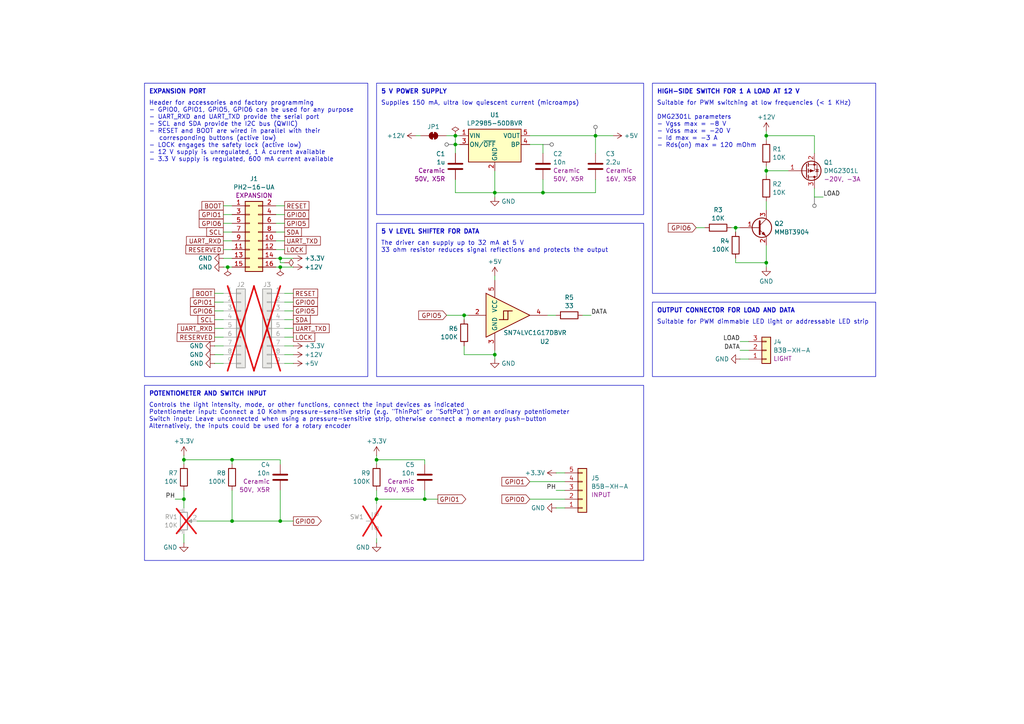
<source format=kicad_sch>
(kicad_sch (version 20231120) (generator "eeschema") (generator_version "8.0")
  (paper "A4")
  (title_block (title "Minuet Light Accessory") (date "2025-06") (rev "v3.0") (company "Brown Studios LLC") (comment 1 "github.com/j9brown/minuet"))
  (lib_symbols
    (symbol "74xGxx:74LVC1G17"
      (property "Reference" "U" (at 0 3.81 0))
      (property "Value" "74LVC1G17" (at 0 -3.81 0))
      (symbol "74LVC1G17_0_1"
        (polyline (pts (xy -7.62 6.35) (xy -7.62 -6.35) (xy 5.08 0) (xy -7.62 6.35)) (stroke (width 0.254)) (fill (type background)))
        (polyline (pts (xy -3.81 -1.27) (xy -2.54 -1.27) (xy -2.54 1.27) (xy -1.27 1.27)) (stroke (width 0.254)) (fill (type background)))
        (polyline (pts (xy -2.54 -1.27) (xy -1.27 -1.27) (xy -1.27 1.27) (xy 0 1.27)) (stroke (width 0.254)) (fill (type background)))
      )
      (symbol "74LVC1G17_1_1"
        (pin no_connect line (at -7.62 5.08 180) (length 5.08) hide (name "NC") (number "1"))
        (pin input line (at -12.7 0 0) (length 5.08) (name "~") (number "2"))
        (pin power_in line (at -5.08 -10.16 90) (length 5.08) (name "GND") (number "3"))
        (pin output line (at 10.16 0 180) (length 5.08) (name "~") (number "4"))
        (pin power_in line (at -5.08 10.16 270) (length 5.08) (name "VCC") (number "5"))
      )
    )
    (symbol "Connector_Generic:Conn_01x03" (pin_names (offset 1.016) hide)
      (property "Reference" "J" (at 0 5.08 0))
      (property "Value" "Conn_01x03" (at 0 -5.08 0))
      (symbol "Conn_01x03_1_1"
        (rectangle (start -1.27 -2.413) (end 0 -2.667) (stroke (width 0.1524)))
        (rectangle (start -1.27 0.127) (end 0 -0.127) (stroke (width 0.1524)))
        (rectangle (start -1.27 2.667) (end 0 2.413) (stroke (width 0.1524)))
        (rectangle (start -1.27 3.81) (end 1.27 -3.81) (stroke (width 0.254)) (fill (type background)))
        (pin passive line (at -5.08 2.54 0) (length 3.81) (name "Pin_1") (number "1"))
        (pin passive line (at -5.08 0 0) (length 3.81) (name "Pin_2") (number "2"))
        (pin passive line (at -5.08 -2.54 0) (length 3.81) (name "Pin_3") (number "3"))
      )
    )
    (symbol "Connector_Generic:Conn_01x05" (pin_names (offset 1.016) hide)
      (property "Reference" "J" (at 0 7.62 0))
      (property "Value" "Conn_01x05" (at 0 -7.62 0))
      (symbol "Conn_01x05_1_1"
        (rectangle (start -1.27 -4.953) (end 0 -5.207) (stroke (width 0.1524)))
        (rectangle (start -1.27 -2.413) (end 0 -2.667) (stroke (width 0.1524)))
        (rectangle (start -1.27 0.127) (end 0 -0.127) (stroke (width 0.1524)))
        (rectangle (start -1.27 2.667) (end 0 2.413) (stroke (width 0.1524)))
        (rectangle (start -1.27 5.207) (end 0 4.953) (stroke (width 0.1524)))
        (rectangle (start -1.27 6.35) (end 1.27 -6.35) (stroke (width 0.254)) (fill (type background)))
        (pin passive line (at -5.08 5.08 0) (length 3.81) (name "Pin_1") (number "1"))
        (pin passive line (at -5.08 2.54 0) (length 3.81) (name "Pin_2") (number "2"))
        (pin passive line (at -5.08 0 0) (length 3.81) (name "Pin_3") (number "3"))
        (pin passive line (at -5.08 -2.54 0) (length 3.81) (name "Pin_4") (number "4"))
        (pin passive line (at -5.08 -5.08 0) (length 3.81) (name "Pin_5") (number "5"))
      )
    )
    (symbol "Connector_Generic:Conn_01x09" (pin_names (offset 1.016) hide)
      (property "Reference" "J" (at 0 12.7 0))
      (property "Value" "Conn_01x09" (at 0 -12.7 0))
      (symbol "Conn_01x09_1_1"
        (rectangle (start -1.27 -10.033) (end 0 -10.287) (stroke (width 0.1524)))
        (rectangle (start -1.27 -7.493) (end 0 -7.747) (stroke (width 0.1524)))
        (rectangle (start -1.27 -4.953) (end 0 -5.207) (stroke (width 0.1524)))
        (rectangle (start -1.27 -2.413) (end 0 -2.667) (stroke (width 0.1524)))
        (rectangle (start -1.27 0.127) (end 0 -0.127) (stroke (width 0.1524)))
        (rectangle (start -1.27 2.667) (end 0 2.413) (stroke (width 0.1524)))
        (rectangle (start -1.27 5.207) (end 0 4.953) (stroke (width 0.1524)))
        (rectangle (start -1.27 7.747) (end 0 7.493) (stroke (width 0.1524)))
        (rectangle (start -1.27 10.287) (end 0 10.033) (stroke (width 0.1524)))
        (rectangle (start -1.27 11.43) (end 1.27 -11.43) (stroke (width 0.254)) (fill (type background)))
        (pin passive line (at -5.08 10.16 0) (length 3.81) (name "Pin_1") (number "1"))
        (pin passive line (at -5.08 7.62 0) (length 3.81) (name "Pin_2") (number "2"))
        (pin passive line (at -5.08 5.08 0) (length 3.81) (name "Pin_3") (number "3"))
        (pin passive line (at -5.08 2.54 0) (length 3.81) (name "Pin_4") (number "4"))
        (pin passive line (at -5.08 0 0) (length 3.81) (name "Pin_5") (number "5"))
        (pin passive line (at -5.08 -2.54 0) (length 3.81) (name "Pin_6") (number "6"))
        (pin passive line (at -5.08 -5.08 0) (length 3.81) (name "Pin_7") (number "7"))
        (pin passive line (at -5.08 -7.62 0) (length 3.81) (name "Pin_8") (number "8"))
        (pin passive line (at -5.08 -10.16 0) (length 3.81) (name "Pin_9") (number "9"))
      )
    )
    (symbol "Connector_Generic:Conn_02x08_Odd_Even" (pin_names (offset 1.016) hide)
      (property "Reference" "J" (at 1.27 10.16 0))
      (property "Value" "Conn_02x08_Odd_Even" (at 1.27 -12.7 0))
      (symbol "Conn_02x08_Odd_Even_1_1"
        (rectangle (start -1.27 -10.033) (end 0 -10.287) (stroke (width 0.1524)))
        (rectangle (start -1.27 -7.493) (end 0 -7.747) (stroke (width 0.1524)))
        (rectangle (start -1.27 -4.953) (end 0 -5.207) (stroke (width 0.1524)))
        (rectangle (start -1.27 -2.413) (end 0 -2.667) (stroke (width 0.1524)))
        (rectangle (start -1.27 0.127) (end 0 -0.127) (stroke (width 0.1524)))
        (rectangle (start -1.27 2.667) (end 0 2.413) (stroke (width 0.1524)))
        (rectangle (start -1.27 5.207) (end 0 4.953) (stroke (width 0.1524)))
        (rectangle (start -1.27 7.747) (end 0 7.493) (stroke (width 0.1524)))
        (rectangle (start -1.27 8.89) (end 3.81 -11.43) (stroke (width 0.254)) (fill (type background)))
        (rectangle (start 3.81 -10.033) (end 2.54 -10.287) (stroke (width 0.1524)))
        (rectangle (start 3.81 -7.493) (end 2.54 -7.747) (stroke (width 0.1524)))
        (rectangle (start 3.81 -4.953) (end 2.54 -5.207) (stroke (width 0.1524)))
        (rectangle (start 3.81 -2.413) (end 2.54 -2.667) (stroke (width 0.1524)))
        (rectangle (start 3.81 0.127) (end 2.54 -0.127) (stroke (width 0.1524)))
        (rectangle (start 3.81 2.667) (end 2.54 2.413) (stroke (width 0.1524)))
        (rectangle (start 3.81 5.207) (end 2.54 4.953) (stroke (width 0.1524)))
        (rectangle (start 3.81 7.747) (end 2.54 7.493) (stroke (width 0.1524)))
        (pin passive line (at -5.08 7.62 0) (length 3.81) (name "Pin_1") (number "1"))
        (pin passive line (at 7.62 -2.54 180) (length 3.81) (name "Pin_10") (number "10"))
        (pin passive line (at -5.08 -5.08 0) (length 3.81) (name "Pin_11") (number "11"))
        (pin passive line (at 7.62 -5.08 180) (length 3.81) (name "Pin_12") (number "12"))
        (pin passive line (at -5.08 -7.62 0) (length 3.81) (name "Pin_13") (number "13"))
        (pin passive line (at 7.62 -7.62 180) (length 3.81) (name "Pin_14") (number "14"))
        (pin passive line (at -5.08 -10.16 0) (length 3.81) (name "Pin_15") (number "15"))
        (pin passive line (at 7.62 -10.16 180) (length 3.81) (name "Pin_16") (number "16"))
        (pin passive line (at 7.62 7.62 180) (length 3.81) (name "Pin_2") (number "2"))
        (pin passive line (at -5.08 5.08 0) (length 3.81) (name "Pin_3") (number "3"))
        (pin passive line (at 7.62 5.08 180) (length 3.81) (name "Pin_4") (number "4"))
        (pin passive line (at -5.08 2.54 0) (length 3.81) (name "Pin_5") (number "5"))
        (pin passive line (at 7.62 2.54 180) (length 3.81) (name "Pin_6") (number "6"))
        (pin passive line (at -5.08 0 0) (length 3.81) (name "Pin_7") (number "7"))
        (pin passive line (at 7.62 0 180) (length 3.81) (name "Pin_8") (number "8"))
        (pin passive line (at -5.08 -2.54 0) (length 3.81) (name "Pin_9") (number "9"))
      )
    )
    (symbol "Device:C" (pin_numbers hide) (pin_names (offset 0.254))
      (property "Reference" "C" (at 0.635 2.54 0))
      (property "Value" "C" (at 0.635 -2.54 0))
      (symbol "C_0_1"
        (polyline (pts (xy -2.032 -0.762) (xy 2.032 -0.762)) (stroke (width 0.508)))
        (polyline (pts (xy -2.032 0.762) (xy 2.032 0.762)) (stroke (width 0.508)))
      )
      (symbol "C_1_1"
        (pin passive line (at 0 3.81 270) (length 2.794) (name "~") (number "1"))
        (pin passive line (at 0 -3.81 90) (length 2.794) (name "~") (number "2"))
      )
    )
    (symbol "Device:Q_PMOS_GSD" (pin_names (offset 0) hide)
      (property "Reference" "Q" (at 5.08 1.27 0))
      (property "Value" "Q_PMOS_GSD" (at 5.08 -1.27 0))
      (symbol "Q_PMOS_GSD_0_1"
        (polyline (pts (xy 0.254 0) (xy -2.54 0)))
        (polyline (pts (xy 0.254 1.905) (xy 0.254 -1.905)) (stroke (width 0.254)))
        (polyline (pts (xy 0.762 -1.27) (xy 0.762 -2.286)) (stroke (width 0.254)))
        (polyline (pts (xy 0.762 0.508) (xy 0.762 -0.508)) (stroke (width 0.254)))
        (polyline (pts (xy 0.762 2.286) (xy 0.762 1.27)) (stroke (width 0.254)))
        (polyline (pts (xy 2.54 2.54) (xy 2.54 1.778)))
        (polyline (pts (xy 2.54 -2.54) (xy 2.54 0) (xy 0.762 0)))
        (polyline (pts (xy 0.762 1.778) (xy 3.302 1.778) (xy 3.302 -1.778) (xy 0.762 -1.778)))
        (polyline (pts (xy 2.286 0) (xy 1.27 0.381) (xy 1.27 -0.381) (xy 2.286 0)) (fill (type outline)))
        (polyline (pts (xy 2.794 -0.508) (xy 2.921 -0.381) (xy 3.683 -0.381) (xy 3.81 -0.254)))
        (polyline (pts (xy 3.302 -0.381) (xy 2.921 0.254) (xy 3.683 0.254) (xy 3.302 -0.381)))
        (circle (center 1.651 0) (radius 2.794) (stroke (width 0.254)))
        (circle (center 2.54 -1.778) (radius 0.254) (fill (type outline)))
        (circle (center 2.54 1.778) (radius 0.254) (fill (type outline)))
      )
      (symbol "Q_PMOS_GSD_1_1"
        (pin input line (at -5.08 0 0) (length 2.54) (name "G") (number "1"))
        (pin passive line (at 2.54 -5.08 90) (length 2.54) (name "S") (number "2"))
        (pin passive line (at 2.54 5.08 270) (length 2.54) (name "D") (number "3"))
      )
    )
    (symbol "Device:R" (pin_numbers hide) (pin_names (offset 0))
      (property "Reference" "R" (at 2.032 0 90))
      (property "Value" "R" (at 0 0 90))
      (symbol "R_0_1"
        (rectangle (start -1.016 -2.54) (end 1.016 2.54) (stroke (width 0.254)))
      )
      (symbol "R_1_1"
        (pin passive line (at 0 3.81 270) (length 1.27) (name "~") (number "1"))
        (pin passive line (at 0 -3.81 90) (length 1.27) (name "~") (number "2"))
      )
    )
    (symbol "Device:R_Potentiometer" (pin_names (offset 1.016) hide)
      (property "Reference" "RV" (at -4.445 0 90))
      (property "Value" "R_Potentiometer" (at -2.54 0 90))
      (symbol "R_Potentiometer_0_1"
        (polyline (pts (xy 2.54 0) (xy 1.524 0)))
        (polyline (pts (xy 1.143 0) (xy 2.286 0.508) (xy 2.286 -0.508) (xy 1.143 0)) (fill (type outline)))
        (rectangle (start 1.016 2.54) (end -1.016 -2.54) (stroke (width 0.254)))
      )
      (symbol "R_Potentiometer_1_1"
        (pin passive line (at 0 3.81 270) (length 1.27) (name "1") (number "1"))
        (pin passive line (at 3.81 0 180) (length 1.27) (name "2") (number "2"))
        (pin passive line (at 0 -3.81 90) (length 1.27) (name "3") (number "3"))
      )
    )
    (symbol "Jumper:SolderJumper_2_Bridged" (pin_numbers hide) (pin_names (offset 0) hide) (exclude_from_sim yes) (in_bom no)
      (property "Reference" "JP" (at 0 2.032 0))
      (property "Value" "SolderJumper_2_Bridged" (at 0 -2.54 0))
      (symbol "SolderJumper_2_Bridged_0_1"
        (rectangle (start -0.508 0.508) (end 0.508 -0.508) (fill (type outline)))
        (arc (start -0.254 1.016) (mid -1.2656 0) (end -0.254 -1.016))
        (arc (start -0.254 1.016) (mid -1.2656 0) (end -0.254 -1.016) (fill (type outline)))
        (polyline (pts (xy -0.254 1.016) (xy -0.254 -1.016)))
        (polyline (pts (xy 0.254 1.016) (xy 0.254 -1.016)))
        (arc (start 0.254 -1.016) (mid 1.2656 0) (end 0.254 1.016))
        (arc (start 0.254 -1.016) (mid 1.2656 0) (end 0.254 1.016) (fill (type outline)))
      )
      (symbol "SolderJumper_2_Bridged_1_1"
        (pin passive line (at -3.81 0 0) (length 2.54) (name "A") (number "1"))
        (pin passive line (at 3.81 0 180) (length 2.54) (name "B") (number "2"))
      )
    )
    (symbol "Regulator_Linear:LP2985-5.0" (pin_names (offset 0.254))
      (property "Reference" "U" (at -6.35 5.715 0))
      (property "Value" "LP2985-5.0" (at 0 5.715 0))
      (symbol "LP2985-5.0_0_1"
        (rectangle (start -7.62 -5.08) (end 7.62 4.445) (stroke (width 0.254)) (fill (type background)))
      )
      (symbol "LP2985-5.0_1_1"
        (pin power_in line (at -10.16 2.54 0) (length 2.54) (name "VIN") (number "1"))
        (pin power_in line (at 0 -7.62 90) (length 2.54) (name "GND") (number "2"))
        (pin input line (at -10.16 0 0) (length 2.54) (name "ON/~{OFF}") (number "3"))
        (pin input line (at 10.16 0 180) (length 2.54) (name "BP") (number "4"))
        (pin power_out line (at 10.16 2.54 180) (length 2.54) (name "VOUT") (number "5"))
      )
    )
    (symbol "Switch:SW_Push" (pin_numbers hide) (pin_names (offset 1.016) hide)
      (property "Reference" "SW" (at 1.27 2.54 0))
      (property "Value" "SW_Push" (at 0 -1.524 0))
      (symbol "SW_Push_0_1"
        (circle (center -2.032 0) (radius 0.508))
        (polyline (pts (xy 0 1.27) (xy 0 3.048)))
        (polyline (pts (xy 2.54 1.27) (xy -2.54 1.27)))
        (circle (center 2.032 0) (radius 0.508))
        (pin passive line (at -5.08 0 0) (length 2.54) (name "1") (number "1"))
        (pin passive line (at 5.08 0 180) (length 2.54) (name "2") (number "2"))
      )
    )
    (symbol "Transistor_BJT:MMBT3904" (pin_names (offset 0) hide)
      (property "Reference" "Q" (at 5.08 1.905 0))
      (property "Value" "MMBT3904" (at 5.08 0 0))
      (symbol "MMBT3904_0_1"
        (polyline (pts (xy 0.635 0.635) (xy 2.54 2.54)))
        (polyline (pts (xy 0.635 -0.635) (xy 2.54 -2.54) (xy 2.54 -2.54)))
        (polyline (pts (xy 0.635 1.905) (xy 0.635 -1.905) (xy 0.635 -1.905)) (stroke (width 0.508)))
        (polyline (pts (xy 1.27 -1.778) (xy 1.778 -1.27) (xy 2.286 -2.286) (xy 1.27 -1.778) (xy 1.27 -1.778)) (fill (type outline)))
        (circle (center 1.27 0) (radius 2.8194) (stroke (width 0.254)))
      )
      (symbol "MMBT3904_1_1"
        (pin input line (at -5.08 0 0) (length 5.715) (name "B") (number "1"))
        (pin passive line (at 2.54 -5.08 90) (length 2.54) (name "E") (number "2"))
        (pin passive line (at 2.54 5.08 270) (length 2.54) (name "C") (number "3"))
      )
    )
    (symbol "power:+12V" (power) (pin_numbers hide) (pin_names (offset 0) hide)
      (property "Value" "+12V" (at 0 3.556 0))
      (symbol "+12V_0_1"
        (polyline (pts (xy -0.762 1.27) (xy 0 2.54)))
        (polyline (pts (xy 0 0) (xy 0 2.54)))
        (polyline (pts (xy 0 2.54) (xy 0.762 1.27)))
      )
      (symbol "+12V_1_1"
        (pin power_in line (at 0 0 90) (length 0) (name "~") (number "1"))
      )
    )
    (symbol "power:+3.3V" (power) (pin_numbers hide) (pin_names (offset 0) hide)
      (property "Value" "+3.3V" (at 0 3.556 0))
      (symbol "+3.3V_0_1"
        (polyline (pts (xy -0.762 1.27) (xy 0 2.54)))
        (polyline (pts (xy 0 0) (xy 0 2.54)))
        (polyline (pts (xy 0 2.54) (xy 0.762 1.27)))
      )
      (symbol "+3.3V_1_1"
        (pin power_in line (at 0 0 90) (length 0) (name "~") (number "1"))
      )
    )
    (symbol "power:+5V" (power) (pin_numbers hide) (pin_names (offset 0) hide)
      (property "Value" "+5V" (at 0 3.556 0))
      (symbol "+5V_0_1"
        (polyline (pts (xy -0.762 1.27) (xy 0 2.54)))
        (polyline (pts (xy 0 0) (xy 0 2.54)))
        (polyline (pts (xy 0 2.54) (xy 0.762 1.27)))
      )
      (symbol "+5V_1_1"
        (pin power_in line (at 0 0 90) (length 0) (name "~") (number "1"))
      )
    )
    (symbol "power:GND" (power) (pin_numbers hide) (pin_names (offset 0) hide)
      (property "Value" "GND" (at 0 -3.81 0))
      (symbol "GND_0_1"
        (polyline (pts (xy 0 0) (xy 0 -1.27) (xy 1.27 -1.27) (xy 0 -2.54) (xy -1.27 -1.27) (xy 0 -1.27)))
      )
      (symbol "GND_1_1"
        (pin power_in line (at 0 0 270) (length 0) (name "~") (number "1"))
      )
    )
    (symbol "power:PWR_FLAG" (power) (pin_numbers hide) (pin_names (offset 0) hide)
      (property "Value" "PWR_FLAG" (at 0 3.81 0))
      (symbol "PWR_FLAG_0_0"
        (pin power_out line (at 0 0 90) (length 0) (name "~") (number "1"))
      )
      (symbol "PWR_FLAG_0_1"
        (polyline (pts (xy 0 0) (xy 0 1.27) (xy -1.016 1.905) (xy 0 2.54) (xy 1.016 1.905) (xy 0 1.27)))
      )
    )
  )
  (junction (at 157.48 55.88))
  (junction (at 66.04 77.47))
  (junction (at 213.36 66.04))
  (junction (at 109.22 133.35))
  (junction (at 109.22 144.78))
  (junction (at 81.28 77.47))
  (junction (at 222.25 39.37))
  (junction (at 222.25 49.53))
  (junction (at 81.28 151.13))
  (junction (at 53.34 133.35))
  (junction (at 67.31 133.35))
  (junction (at 143.51 102.87))
  (junction (at 123.19 144.78))
  (junction (at 53.34 144.78))
  (junction (at 81.28 74.93))
  (junction (at 172.72 39.37))
  (junction (at 67.31 151.13))
  (junction (at 134.62 91.44))
  (junction (at 132.08 39.37))
  (junction (at 132.08 41.91))
  (junction (at 222.25 76.2))
  (junction (at 143.51 55.88))
  (wire (pts (xy 53.34 133.35) (xy 67.31 133.35)))
  (wire (pts (xy 109.22 132.08) (xy 109.22 133.35)))
  (wire (pts (xy 172.72 55.88) (xy 172.72 52.07)))
  (wire (pts (xy 53.34 154.94) (xy 53.34 157.48)))
  (wire (pts (xy 153.67 41.91) (xy 157.48 41.91)))
  (wire (pts (xy 109.22 156.21) (xy 109.22 157.48)))
  (wire (pts (xy 123.19 142.24) (xy 123.19 144.78)))
  (wire (pts (xy 81.28 74.93) (xy 85.09 74.93)))
  (wire (pts (xy 157.48 41.91) (xy 157.48 44.45)))
  (wire (pts (xy 82.55 100.33) (xy 85.09 100.33)))
  (wire (pts (xy 80.01 74.93) (xy 81.28 74.93)))
  (wire (pts (xy 120.65 39.37) (xy 121.92 39.37)))
  (wire (pts (xy 82.55 87.63) (xy 85.09 87.63)))
  (wire (pts (xy 157.48 52.07) (xy 157.48 55.88)))
  (wire (pts (xy 172.72 39.37) (xy 172.72 44.45)))
  (wire (pts (xy 222.25 76.2) (xy 222.25 77.47)))
  (wire (pts (xy 143.51 101.6) (xy 143.51 102.87)))
  (wire (pts (xy 62.23 105.41) (xy 64.77 105.41)))
  (wire (pts (xy 214.63 99.06) (xy 217.17 99.06)))
  (wire (pts (xy 236.22 39.37) (xy 236.22 44.45)))
  (wire (pts (xy 82.55 102.87) (xy 85.09 102.87)))
  (wire (pts (xy 172.72 39.37) (xy 177.8 39.37)))
  (wire (pts (xy 67.31 69.85) (xy 64.77 69.85)))
  (wire (pts (xy 82.55 62.23) (xy 80.01 62.23)))
  (wire (pts (xy 153.67 39.37) (xy 172.72 39.37)))
  (wire (pts (xy 67.31 62.23) (xy 64.77 62.23)))
  (wire (pts (xy 109.22 133.35) (xy 123.19 133.35)))
  (wire (pts (xy 64.77 77.47) (xy 66.04 77.47)))
  (wire (pts (xy 82.55 85.09) (xy 85.09 85.09)))
  (wire (pts (xy 62.23 92.71) (xy 64.77 92.71)))
  (wire (pts (xy 143.51 102.87) (xy 143.51 104.14)))
  (wire (pts (xy 57.15 151.13) (xy 67.31 151.13)))
  (wire (pts (xy 81.28 76.2) (xy 81.28 74.93)))
  (wire (pts (xy 82.55 97.79) (xy 85.09 97.79)))
  (wire (pts (xy 80.01 77.47) (xy 81.28 77.47)))
  (wire (pts (xy 134.62 91.44) (xy 135.89 91.44)))
  (wire (pts (xy 157.48 55.88) (xy 172.72 55.88)))
  (wire (pts (xy 132.08 39.37) (xy 133.35 39.37)))
  (wire (pts (xy 82.55 95.25) (xy 85.09 95.25)))
  (wire (pts (xy 62.23 90.17) (xy 64.77 90.17)))
  (wire (pts (xy 62.23 87.63) (xy 64.77 87.63)))
  (wire (pts (xy 143.51 55.88) (xy 143.51 57.15)))
  (wire (pts (xy 109.22 133.35) (xy 109.22 134.62)))
  (wire (pts (xy 222.25 58.42) (xy 222.25 60.96)))
  (wire (pts (xy 129.54 91.44) (xy 134.62 91.44)))
  (wire (pts (xy 53.34 133.35) (xy 53.34 134.62)))
  (wire (pts (xy 81.28 133.35) (xy 81.28 134.62)))
  (wire (pts (xy 153.67 144.78) (xy 163.83 144.78)))
  (wire (pts (xy 161.29 142.24) (xy 163.83 142.24)))
  (wire (pts (xy 67.31 133.35) (xy 67.31 134.62)))
  (wire (pts (xy 222.25 49.53) (xy 228.6 49.53)))
  (wire (pts (xy 62.23 102.87) (xy 64.77 102.87)))
  (wire (pts (xy 158.75 91.44) (xy 161.29 91.44)))
  (wire (pts (xy 67.31 142.24) (xy 67.31 151.13)))
  (wire (pts (xy 134.62 91.44) (xy 134.62 92.71)))
  (wire (pts (xy 62.23 85.09) (xy 64.77 85.09)))
  (wire (pts (xy 236.22 57.15) (xy 238.76 57.15)))
  (wire (pts (xy 80.01 59.69) (xy 82.55 59.69)))
  (wire (pts (xy 67.31 67.31) (xy 64.77 67.31)))
  (wire (pts (xy 82.55 105.41) (xy 85.09 105.41)))
  (wire (pts (xy 64.77 72.39) (xy 67.31 72.39)))
  (wire (pts (xy 132.08 41.91) (xy 132.08 44.45)))
  (wire (pts (xy 143.51 55.88) (xy 157.48 55.88)))
  (wire (pts (xy 62.23 95.25) (xy 64.77 95.25)))
  (wire (pts (xy 213.36 66.04) (xy 214.63 66.04)))
  (wire (pts (xy 153.67 139.7) (xy 163.83 139.7)))
  (wire (pts (xy 129.54 39.37) (xy 132.08 39.37)))
  (wire (pts (xy 82.55 90.17) (xy 85.09 90.17)))
  (wire (pts (xy 109.22 144.78) (xy 109.22 146.05)))
  (wire (pts (xy 64.77 59.69) (xy 67.31 59.69)))
  (wire (pts (xy 67.31 151.13) (xy 81.28 151.13)))
  (wire (pts (xy 66.04 77.47) (xy 67.31 77.47)))
  (wire (pts (xy 161.29 137.16) (xy 163.83 137.16)))
  (wire (pts (xy 82.55 67.31) (xy 80.01 67.31)))
  (wire (pts (xy 161.29 147.32) (xy 163.83 147.32)))
  (wire (pts (xy 143.51 49.53) (xy 143.51 55.88)))
  (wire (pts (xy 212.09 66.04) (xy 213.36 66.04)))
  (wire (pts (xy 81.28 77.47) (xy 85.09 77.47)))
  (wire (pts (xy 53.34 144.78) (xy 53.34 147.32)))
  (wire (pts (xy 132.08 41.91) (xy 133.35 41.91)))
  (wire (pts (xy 132.08 55.88) (xy 143.51 55.88)))
  (wire (pts (xy 53.34 142.24) (xy 53.34 144.78)))
  (wire (pts (xy 123.19 144.78) (xy 109.22 144.78)))
  (wire (pts (xy 134.62 102.87) (xy 143.51 102.87)))
  (wire (pts (xy 222.25 39.37) (xy 236.22 39.37)))
  (wire (pts (xy 109.22 142.24) (xy 109.22 144.78)))
  (wire (pts (xy 81.28 142.24) (xy 81.28 151.13)))
  (wire (pts (xy 214.63 101.6) (xy 217.17 101.6)))
  (wire (pts (xy 81.28 151.13) (xy 85.09 151.13)))
  (wire (pts (xy 82.55 69.85) (xy 80.01 69.85)))
  (wire (pts (xy 201.93 66.04) (xy 204.47 66.04)))
  (wire (pts (xy 132.08 39.37) (xy 132.08 41.91)))
  (wire (pts (xy 62.23 100.33) (xy 64.77 100.33)))
  (wire (pts (xy 82.55 64.77) (xy 80.01 64.77)))
  (wire (pts (xy 222.25 48.26) (xy 222.25 49.53)))
  (wire (pts (xy 123.19 144.78) (xy 127 144.78)))
  (wire (pts (xy 123.19 133.35) (xy 123.19 134.62)))
  (wire (pts (xy 132.08 52.07) (xy 132.08 55.88)))
  (wire (pts (xy 213.36 74.93) (xy 213.36 76.2)))
  (wire (pts (xy 80.01 72.39) (xy 82.55 72.39)))
  (wire (pts (xy 67.31 133.35) (xy 81.28 133.35)))
  (wire (pts (xy 143.51 80.01) (xy 143.51 81.28)))
  (wire (pts (xy 214.63 104.14) (xy 217.17 104.14)))
  (wire (pts (xy 222.25 39.37) (xy 222.25 40.64)))
  (wire (pts (xy 62.23 97.79) (xy 64.77 97.79)))
  (wire (pts (xy 222.25 71.12) (xy 222.25 76.2)))
  (wire (pts (xy 67.31 74.93) (xy 64.77 74.93)))
  (wire (pts (xy 67.31 64.77) (xy 64.77 64.77)))
  (wire (pts (xy 213.36 67.31) (xy 213.36 66.04)))
  (wire (pts (xy 53.34 132.08) (xy 53.34 133.35)))
  (wire (pts (xy 168.91 91.44) (xy 171.45 91.44)))
  (wire (pts (xy 222.25 49.53) (xy 222.25 50.8)))
  (wire (pts (xy 82.55 92.71) (xy 85.09 92.71)))
  (wire (pts (xy 50.8 144.78) (xy 53.34 144.78)))
  (wire (pts (xy 222.25 38.1) (xy 222.25 39.37)))
  (wire (pts (xy 82.55 76.2) (xy 81.28 76.2)))
  (wire (pts (xy 134.62 100.33) (xy 134.62 102.87)))
  (wire (pts (xy 213.36 76.2) (xy 222.25 76.2)))
  (wire (pts (xy 236.22 54.61) (xy 236.22 57.15)))
  (rectangle (start 189.23 24.13) (end 254 85.09))
  (rectangle (start 41.91 111.76) (end 186.69 162.56))
  (rectangle (start 109.22 64.77) (end 186.69 109.22))
  (rectangle (start 189.23 87.63) (end 254 109.22))
  (rectangle (start 109.22 24.13) (end 186.69 62.23))
  (rectangle (start 41.91 24.13) (end 106.68 109.22))
  (text "HIGH-SIDE SWITCH FOR 1 A LOAD AT 12 V" (at 190.5 26.67 0) (effects (font (size 1.27 1.27) (thickness 0.254) (bold yes)) (justify left)))
  (text "Suitable for PWM switching at low frequencies (< 1 KHz)\n\nDMG2301L parameters\n- Vgss max = -8 V\n- Vdss max = -20 V\n- Id max = -3 A\n- Rds(on) max = 120 mOhm" (at 190.5 29.21 0) (effects (font (size 1.27 1.27)) (justify left top)))
  (text "The driver can supply up to 32 mA at 5 V\n33 ohm resistor reduces signal reflections and protects the output" (at 110.49 69.85 0) (effects (font (size 1.27 1.27)) (justify left top)))
  (text "POTENTIOMETER AND SWITCH INPUT" (at 43.18 114.3 0) (effects (font (size 1.27 1.27) (thickness 0.254) (bold yes)) (justify left)))
  (text "5 V LEVEL SHIFTER FOR DATA" (at 110.49 67.31 0) (effects (font (size 1.27 1.27) (thickness 0.254) (bold yes)) (justify left)))
  (text "EXPANSION PORT" (at 43.18 26.67 0) (effects (font (size 1.27 1.27) (thickness 0.254) (bold yes)) (justify left)))
  (text "Header for accessories and factory programming\n- GPIO0, GPIO1, GPIO5, GPIO6 can be used for any purpose\n- UART_RXD and UART_TXD provide the serial port\n- SCL and SDA provide the I2C bus (QWIIC)\n- RESET and BOOT are wired in parallel with their\n   corresponding buttons (active low)\n- LOCK engages the safety lock (active low)\n- 12 V supply is unregulated, 1 A current available\n- 3.3 V supply is regulated, 600 mA current available" (at 43.18 29.21 0) (effects (font (size 1.27 1.27)) (justify left top)))
  (text "Suitable for PWM dimmable LED light or addressable LED strip" (at 190.5 92.71 0) (effects (font (size 1.27 1.27)) (justify left top)))
  (text "Controls the light intensity, mode, or other functions, connect the input devices as indicated\nPotentiometer input: Connect a 10 Kohm pressure-sensitive strip (e.g. \"ThinPot\" or \"SoftPot\") or an ordinary potentiometer\nSwitch input: Leave unconnected when using a pressure-sensitive strip, otherwise connect a momentary push-button\nAlternatively, the inputs could be used for a rotary encoder" (at 43.18 116.84 0) (effects (font (size 1.27 1.27)) (justify left top)))
  (text "Supplies 150 mA, ultra low quiescent current (microamps)" (at 110.49 29.21 0) (effects (font (size 1.27 1.27)) (justify left top)))
  (text "5 V POWER SUPPLY" (at 110.49 26.67 0) (effects (font (size 1.27 1.27) (thickness 0.254) (bold yes)) (justify left)))
  (text "OUTPUT CONNECTOR FOR LOAD AND DATA" (at 190.5 90.17 0) (effects (font (size 1.27 1.27) (thickness 0.254) (bold yes)) (justify left)))
  (label "LOAD" (at 238.76 57.15 0))
  (label "PH" (at 161.29 142.24 180))
  (label "DATA" (at 214.63 101.6 180))
  (label "DATA" (at 171.45 91.44 0))
  (label "PH" (at 50.8 144.78 180))
  (label "LOAD" (at 214.63 99.06 180))
  (global_label "GPIO5" (shape passive) (at 82.55 64.77 0) (property "Intersheetrefs" "${INTERSHEET_REFS}" (effects (hide yes))))
  (global_label "GPIO1" (shape passive) (at 62.23 87.63 180) (property "Intersheetrefs" "${INTERSHEET_REFS}" (effects (hide yes))))
  (global_label "BOOT" (shape passive) (at 64.77 59.69 180) (property "Intersheetrefs" "${INTERSHEET_REFS}" (effects (hide yes))))
  (global_label "BOOT" (shape passive) (at 62.23 85.09 180) (property "Intersheetrefs" "${INTERSHEET_REFS}" (effects (hide yes))))
  (global_label "GPIO6" (shape passive) (at 62.23 90.17 180) (property "Intersheetrefs" "${INTERSHEET_REFS}" (effects (hide yes))))
  (global_label "GPIO0" (shape input) (at 153.67 144.78 180) (property "Intersheetrefs" "${INTERSHEET_REFS}" (effects (hide yes))))
  (global_label "GPIO0" (shape passive) (at 82.55 62.23 0) (property "Intersheetrefs" "${INTERSHEET_REFS}" (effects (hide yes))))
  (global_label "SCL" (shape passive) (at 62.23 92.71 180) (property "Intersheetrefs" "${INTERSHEET_REFS}" (effects (hide yes))))
  (global_label "UART_TXD" (shape passive) (at 82.55 69.85 0) (property "Intersheetrefs" "${INTERSHEET_REFS}" (effects (hide yes))))
  (global_label "LOCK" (shape passive) (at 85.09 97.79 0) (property "Intersheetrefs" "${INTERSHEET_REFS}" (effects (hide yes))))
  (global_label "GPIO6" (shape input) (at 201.93 66.04 180) (property "Intersheetrefs" "${INTERSHEET_REFS}" (effects (hide yes))))
  (global_label "GPIO6" (shape passive) (at 64.77 64.77 180) (property "Intersheetrefs" "${INTERSHEET_REFS}" (effects (hide yes))))
  (global_label "UART_RXD" (shape passive) (at 64.77 69.85 180) (property "Intersheetrefs" "${INTERSHEET_REFS}" (effects (hide yes))))
  (global_label "GPIO0" (shape passive) (at 85.09 87.63 0) (property "Intersheetrefs" "${INTERSHEET_REFS}" (effects (hide yes))))
  (global_label "GPIO1" (shape input) (at 153.67 139.7 180) (property "Intersheetrefs" "${INTERSHEET_REFS}" (effects (hide yes))))
  (global_label "RESERVED" (shape passive) (at 64.77 72.39 180) (property "Intersheetrefs" "${INTERSHEET_REFS}" (effects (hide yes))))
  (global_label "UART_TXD" (shape passive) (at 85.09 95.25 0) (property "Intersheetrefs" "${INTERSHEET_REFS}" (effects (hide yes))))
  (global_label "RESERVED" (shape passive) (at 62.23 97.79 180) (property "Intersheetrefs" "${INTERSHEET_REFS}" (effects (hide yes))))
  (global_label "LOCK" (shape passive) (at 82.55 72.39 0) (property "Intersheetrefs" "${INTERSHEET_REFS}" (effects (hide yes))))
  (global_label "SCL" (shape passive) (at 64.77 67.31 180) (property "Intersheetrefs" "${INTERSHEET_REFS}" (effects (hide yes))))
  (global_label "GPIO0" (shape output) (at 85.09 151.13 0) (property "Intersheetrefs" "${INTERSHEET_REFS}" (effects (hide yes))))
  (global_label "GPIO1" (shape passive) (at 64.77 62.23 180) (property "Intersheetrefs" "${INTERSHEET_REFS}" (effects (hide yes))))
  (global_label "UART_RXD" (shape passive) (at 62.23 95.25 180) (property "Intersheetrefs" "${INTERSHEET_REFS}" (effects (hide yes))))
  (global_label "SDA" (shape passive) (at 82.55 67.31 0) (property "Intersheetrefs" "${INTERSHEET_REFS}" (effects (hide yes))))
  (global_label "GPIO5" (shape input) (at 129.54 91.44 180) (property "Intersheetrefs" "${INTERSHEET_REFS}" (effects (hide yes))))
  (global_label "GPIO5" (shape passive) (at 85.09 90.17 0) (property "Intersheetrefs" "${INTERSHEET_REFS}" (effects (hide yes))))
  (global_label "GPIO1" (shape output) (at 127 144.78 0) (property "Intersheetrefs" "${INTERSHEET_REFS}" (effects (hide yes))))
  (global_label "RESET" (shape passive) (at 85.09 85.09 0) (property "Intersheetrefs" "${INTERSHEET_REFS}" (effects (hide yes))))
  (global_label "RESET" (shape passive) (at 82.55 59.69 0) (property "Intersheetrefs" "${INTERSHEET_REFS}" (effects (hide yes))))
  (global_label "SDA" (shape passive) (at 85.09 92.71 0) (property "Intersheetrefs" "${INTERSHEET_REFS}" (effects (hide yes))))
  (netclass_flag "" (length 2.54) (shape round) (at 172.72 39.37 0) (property "Netclass" "Power" (effects (hide yes))))
  (netclass_flag "" (length 2.54) (shape round) (at 236.22 57.15 180) (property "Netclass" "Power" (effects (hide yes))))
  (netclass_flag "" (length 2.54) (shape round) (at 157.48 41.91 270) (property "Netclass" "Power" (effects (hide yes))))
  (netclass_flag "" (length 2.54) (shape round) (at 132.08 41.91 90) (property "Netclass" "Power" (effects (hide yes))))
  (symbol (lib_id "power:GND") (at 143.51 104.14 0) (unit 1)
    (property "Reference" "#PWR015" (effects (hide yes)))
    (property "Value" "GND" (at 145.415 105.41 0) (effects (justify left)))
    (property "Description" "Power symbol creates a global label with name \"GND\" , ground" (effects (hide yes)))
  )
  (symbol (lib_id "Regulator_Linear:LP2985-5.0") (at 143.51 41.91 0) (unit 1)
    (property "Reference" "U1" (at 143.51 33.3205 0))
    (property "Value" "LP2985-50DBVR" (at 143.51 35.7448 0))
    (property "Footprint" "Package_TO_SOT_SMD:SOT-23-5" (effects (hide yes)))
    (property "Datasheet" "http://www.ti.com/lit/ds/symlink/lp2985.pdf" (effects (hide yes)))
    (property "Description" "150mA 16V Low-noise Low-dropout Regulator With Shutdown, 5.0V output voltage, SOT-23-5" (effects (hide yes)))
    (property "LCSC" "LP2985-50DBVR" (effects (hide yes)))
  )
  (symbol (lib_id "power:GND") (at 62.23 105.41 270) (mirror x) (unit 1)
    (property "Reference" "#PWR017" (effects (hide yes)))
    (property "Value" "GND" (at 59.0551 105.41 90) (effects (justify right)))
    (property "Description" "Power symbol creates a global label with name \"GND\" , ground" (effects (hide yes)))
  )
  (symbol (lib_id "power:GND") (at 64.77 77.47 270) (mirror x) (unit 1)
    (property "Reference" "#PWR07" (effects (hide yes)))
    (property "Value" "GND" (at 61.5951 77.47 90) (effects (justify right)))
    (property "Description" "Power symbol creates a global label with name \"GND\" , ground" (effects (hide yes)))
  )
  (symbol (lib_id "power:+5V") (at 85.09 105.41 270) (unit 1)
    (property "Reference" "#PWR018" (effects (hide yes)))
    (property "Value" "+5V" (at 88.265 105.41 90) (effects (justify left)))
    (property "Description" "Power symbol creates a global label with name \"+5V\"" (effects (hide yes)))
  )
  (symbol (lib_id "Transistor_BJT:MMBT3904") (at 219.71 66.04 0) (unit 1)
    (property "Reference" "Q2" (at 224.5614 64.8278 0) (effects (justify left)))
    (property "Value" "MMBT3904" (at 224.536 67.31 0) (effects (justify left)))
    (property "Footprint" "Package_TO_SOT_SMD:SOT-23" (effects (hide yes)))
    (property "Datasheet" "https://www.onsemi.com/pdf/datasheet/pzt3904-d.pdf" (effects (hide yes)))
    (property "Description" "0.2A Ic, 40V Vce, Small Signal NPN Transistor, SOT-23" (effects (hide yes)))
    (property "LCSC" "C20526" (effects (hide yes)))
  )
  (symbol (lib_id "Connector_Generic:Conn_01x09") (at 69.85 95.25 0) (unit 1) (in_bom no) (dnp yes)
    (property "Reference" "J2" (at 69.85 82.55 0))
    (property "Value" "Conn_01x09" (effects (hide yes)))
    (property "Footprint" "Generic:Pins_1x09" (effects (hide yes)))
    (property "Description" "Generic connector, single row, 01x09, script generated (kicad-library-utils/schlib/autogen/connector/)" (effects (hide yes)))
  )
  (symbol (lib_id "power:+12V") (at 85.09 102.87 270) (mirror x) (unit 1)
    (property "Reference" "#PWR014" (effects (hide yes)))
    (property "Value" "+12V" (at 88.265 102.87 90) (effects (justify left)))
    (property "Description" "Power symbol creates a global label with name \"+12V\"" (effects (hide yes)))
  )
  (symbol (lib_id "power:GND") (at 53.34 157.48 0) (mirror y) (unit 1)
    (property "Reference" "#PWR023" (effects (hide yes)))
    (property "Value" "GND" (at 51.435 158.75 0) (effects (justify left)))
    (property "Description" "Power symbol creates a global label with name \"GND\" , ground" (effects (hide yes)))
  )
  (symbol (lib_id "Device:C") (at 172.72 48.26 180) (unit 1)
    (property "Reference" "C3" (at 175.641 44.6235 0) (effects (justify right)))
    (property "Value" "2.2u" (at 175.641 47.0478 0) (effects (justify right)))
    (property "Footprint" "Capacitor_SMD:C_0603_1608Metric" (effects (hide yes)))
    (property "Description" "Unpolarized capacitor" (effects (hide yes)))
    (property "Type" "Ceramic" (at 175.641 49.4721 0) (effects (justify right)))
    (property "Rating" "16V, X5R" (at 175.641 51.8964 0) (effects (justify right)))
    (property "LCSC" "C23630" (effects (hide yes)))
  )
  (symbol (lib_id "power:+3.3V") (at 109.22 132.08 0) (mirror y) (unit 1)
    (property "Reference" "#PWR020" (effects (hide yes)))
    (property "Value" "+3.3V" (at 109.22 127.9469 0))
    (property "Description" "Power symbol creates a global label with name \"+3.3V\"" (effects (hide yes)))
  )
  (symbol (lib_id "power:+5V") (at 143.51 80.01 0) (unit 1)
    (property "Reference" "#PWR010" (effects (hide yes)))
    (property "Value" "+5V" (at 143.51 75.8769 0))
    (property "Description" "Power symbol creates a global label with name \"+5V\"" (effects (hide yes)))
  )
  (symbol (lib_id "power:+12V") (at 120.65 39.37 90) (unit 1)
    (property "Reference" "#PWR02" (effects (hide yes)))
    (property "Value" "+12V" (at 117.475 39.37 90) (effects (justify left)))
    (property "Description" "Power symbol creates a global label with name \"+12V\"" (effects (hide yes)))
  )
  (symbol (lib_id "power:+12V") (at 222.25 38.1 0) (unit 1)
    (property "Reference" "#PWR01" (effects (hide yes)))
    (property "Value" "+12V" (at 222.25 33.9669 0))
    (property "Description" "Power symbol creates a global label with name \"+12V\"" (effects (hide yes)))
  )
  (symbol (lib_id "Connector_Generic:Conn_02x08_Odd_Even") (at 72.39 67.31 0) (unit 1)
    (property "Reference" "J1" (at 73.66 51.8513 0))
    (property "Value" "PH2-16-UA" (at 73.66 54.2756 0))
    (property "Footprint" "Connector_PinHeader_2.54mm:PinHeader_2x08_P2.54mm_Vertical" (effects (hide yes)))
    (property "Description" "Generic connector, double row, 02x08, odd/even pin numbering scheme (row 1 odd numbers, row 2 even numbers), script generated (kicad-library-utils/schlib/autogen/connector/)" (effects (hide yes)))
    (property "Label" "EXPANSION" (at 73.66 56.6999 0))
    (property "LCSC" "C492425" (effects (hide yes)))
  )
  (symbol (lib_id "power:PWR_FLAG") (at 132.08 39.37 0) (unit 1)
    (property "Reference" "#FLG01" (effects (hide yes)))
    (property "Value" "PWR_FLAG" (effects (hide yes)))
    (property "Description" "Special symbol for telling ERC where power comes from" (effects (hide yes)))
  )
  (symbol (lib_id "power:GND") (at 64.77 74.93 270) (mirror x) (unit 1)
    (property "Reference" "#PWR05" (effects (hide yes)))
    (property "Value" "GND" (at 61.5951 74.93 90) (effects (justify right)))
    (property "Description" "Power symbol creates a global label with name \"GND\" , ground" (effects (hide yes)))
  )
  (symbol (lib_id "power:GND") (at 109.22 157.48 0) (mirror y) (unit 1)
    (property "Reference" "#PWR024" (effects (hide yes)))
    (property "Value" "GND" (at 107.315 158.75 0) (effects (justify left)))
    (property "Description" "Power symbol creates a global label with name \"GND\" , ground" (effects (hide yes)))
  )
  (symbol (lib_id "Device:R") (at 222.25 54.61 180) (unit 1)
    (property "Reference" "R2" (at 224.028 53.3978 0) (effects (justify right)))
    (property "Value" "10K" (at 224.028 55.8221 0) (effects (justify right)))
    (property "Footprint" "Resistor_SMD:R_0603_1608Metric" (effects (hide yes)))
    (property "Description" "Resistor" (effects (hide yes)))
    (property "LCSC" "C25804" (effects (hide yes)))
  )
  (symbol (lib_id "Connector_Generic:Conn_01x09") (at 77.47 95.25 0) (mirror y) (unit 1) (in_bom no) (dnp yes)
    (property "Reference" "J3" (at 77.47 82.55 0))
    (property "Value" "Conn_01x09" (effects (hide yes)))
    (property "Footprint" "Generic:Pins_1x09" (effects (hide yes)))
    (property "Description" "Generic connector, single row, 01x09, script generated (kicad-library-utils/schlib/autogen/connector/)" (effects (hide yes)))
  )
  (symbol (lib_id "Jumper:SolderJumper_2_Bridged") (at 125.73 39.37 180) (unit 1) (exclude_from_sim yes) (in_bom no)
    (property "Reference" "JP1" (at 125.73 36.7609 0))
    (property "Value" "SolderJumper_2_Open" (effects (hide yes)))
    (property "Footprint" "Jumper:SolderJumper-2_P1.3mm_Bridged_RoundedPad1.0x1.5mm" (effects (hide yes)))
    (property "Description" "Solder Jumper, 2-pole, closed/bridged" (effects (hide yes)))
  )
  (symbol (lib_id "Device:R") (at 213.36 71.12 0) (mirror x) (unit 1)
    (property "Reference" "R4" (at 211.5821 69.9078 0) (effects (justify right)))
    (property "Value" "100K" (at 211.5821 72.3321 0) (effects (justify right)))
    (property "Footprint" "Resistor_SMD:R_0603_1608Metric" (effects (hide yes)))
    (property "Description" "Resistor" (effects (hide yes)))
    (property "LCSC" "C25803" (effects (hide yes)))
  )
  (symbol (lib_id "Device:C") (at 123.19 138.43 0) (mirror x) (unit 1)
    (property "Reference" "C5" (at 120.269 134.7935 0) (effects (justify right)))
    (property "Value" "10n" (at 120.269 137.2178 0) (effects (justify right)))
    (property "Footprint" "Capacitor_SMD:C_0603_1608Metric" (effects (hide yes)))
    (property "Description" "Unpolarized capacitor" (effects (hide yes)))
    (property "Type" "Ceramic" (at 120.269 139.6421 0) (effects (justify right)))
    (property "Rating" "50V, X5R" (at 120.269 142.0664 0) (effects (justify right)))
    (property "LCSC" "C57112" (effects (hide yes)))
  )
  (symbol (lib_id "Device:R") (at 67.31 138.43 0) (mirror x) (unit 1)
    (property "Reference" "R8" (at 65.5321 137.2178 0) (effects (justify right)))
    (property "Value" "100K" (at 65.5321 139.6421 0) (effects (justify right)))
    (property "Footprint" "Resistor_SMD:R_0603_1608Metric" (effects (hide yes)))
    (property "Description" "Resistor" (effects (hide yes)))
    (property "LCSC" "C25803" (effects (hide yes)))
  )
  (symbol (lib_id "Device:C") (at 132.08 48.26 0) (mirror y) (unit 1)
    (property "Reference" "C1" (at 129.159 44.6235 0) (effects (justify left)))
    (property "Value" "1u" (at 129.159 47.0478 0) (effects (justify left)))
    (property "Footprint" "Capacitor_SMD:C_0603_1608Metric" (effects (hide yes)))
    (property "Description" "Unpolarized capacitor" (effects (hide yes)))
    (property "Type" "Ceramic" (at 129.159 49.4721 0) (effects (justify left)))
    (property "Rating" "50V, X5R" (at 129.159 51.8964 0) (effects (justify left)))
    (property "LCSC" "C15849" (effects (hide yes)))
  )
  (symbol (lib_id "74xGxx:74LVC1G17") (at 148.59 91.44 0) (unit 1)
    (property "Reference" "U2" (at 157.988 99.06 0))
    (property "Value" "SN74LVC1G17DBVR" (at 155.194 96.52 0))
    (property "Footprint" "Package_TO_SOT_SMD:SOT-23-5" (effects (hide yes)))
    (property "Datasheet" "https://www.ti.com/lit/ds/symlink/sn74lvc1g17.pdf" (effects (hide yes)))
    (property "Description" "Single Schmitt Buffer Gate, Low-Voltage CMOS" (effects (hide yes)))
    (property "LCSC" "SN74LVC1G17DBVR" (effects (hide yes)))
  )
  (symbol (lib_id "Device:C") (at 157.48 48.26 180) (unit 1)
    (property "Reference" "C2" (at 160.401 44.6235 0) (effects (justify right)))
    (property "Value" "10n" (at 160.401 47.0478 0) (effects (justify right)))
    (property "Footprint" "Capacitor_SMD:C_0603_1608Metric" (effects (hide yes)))
    (property "Description" "Unpolarized capacitor" (effects (hide yes)))
    (property "Type" "Ceramic" (at 160.401 49.4721 0) (effects (justify right)))
    (property "Rating" "50V, X5R" (at 160.401 51.8964 0) (effects (justify right)))
    (property "LCSC" "C57112" (effects (hide yes)))
  )
  (symbol (lib_id "Device:C") (at 81.28 138.43 0) (mirror x) (unit 1)
    (property "Reference" "C4" (at 78.359 134.7935 0) (effects (justify right)))
    (property "Value" "10n" (at 78.359 137.2178 0) (effects (justify right)))
    (property "Footprint" "Capacitor_SMD:C_0603_1608Metric" (effects (hide yes)))
    (property "Description" "Unpolarized capacitor" (effects (hide yes)))
    (property "Type" "Ceramic" (at 78.359 139.6421 0) (effects (justify right)))
    (property "Rating" "50V, X5R" (at 78.359 142.0664 0) (effects (justify right)))
    (property "LCSC" "C57112" (effects (hide yes)))
  )
  (symbol (lib_id "Connector_Generic:Conn_01x05") (at 168.91 142.24 0) (mirror x) (unit 1)
    (property "Reference" "J5" (at 171.45 138.6614 0) (effects (justify left)))
    (property "Value" "B5B-XH-A" (at 171.45 141.0857 0) (effects (justify left)))
    (property "Footprint" "Connector_JST:JST_XH_B5B-XH-A_1x05_P2.50mm_Vertical" (effects (hide yes)))
    (property "Description" "Generic connector, single row, 01x05, script generated (kicad-library-utils/schlib/autogen/connector/)" (effects (hide yes)))
    (property "Label" "INPUT" (at 171.45 143.51 0) (effects (justify left)))
    (property "LCSC" "C157991" (effects (hide yes)))
  )
  (symbol (lib_id "Connector_Generic:Conn_01x03") (at 222.25 101.6 0) (mirror x) (unit 1)
    (property "Reference" "J4" (at 224.282 99.1757 0) (effects (justify left)))
    (property "Value" "B3B-XH-A" (at 224.282 101.6 0) (effects (justify left)))
    (property "Footprint" "Connector_JST:JST_XH_B3B-XH-A_1x03_P2.50mm_Vertical" (effects (hide yes)))
    (property "Description" "Generic connector, single row, 01x03, script generated (kicad-library-utils/schlib/autogen/connector/)" (effects (hide yes)))
    (property "Label" "LIGHT" (at 224.282 104.0243 0) (effects (justify left)))
    (property "LCSC" "C144394" (effects (hide yes)))
  )
  (symbol (lib_id "power:GND") (at 62.23 102.87 270) (mirror x) (unit 1)
    (property "Reference" "#PWR013" (effects (hide yes)))
    (property "Value" "GND" (at 59.0551 102.87 90) (effects (justify right)))
    (property "Description" "Power symbol creates a global label with name \"GND\" , ground" (effects (hide yes)))
  )
  (symbol (lib_id "Switch:SW_Push") (at 109.22 151.13 90) (mirror x) (unit 1) (in_bom no) (on_board no) (dnp yes)
    (property "Reference" "SW1" (at 105.537 149.9178 90) (effects (justify left)))
    (property "Value" "SW_Push" (effects (hide yes)))
    (property "Description" "Push button switch, generic, two pins" (effects (hide yes)))
  )
  (symbol (lib_id "Device:R") (at 222.25 44.45 0) (unit 1)
    (property "Reference" "R1" (at 224.028 43.2378 0) (effects (justify left)))
    (property "Value" "10K" (at 224.028 45.6621 0) (effects (justify left)))
    (property "Footprint" "Resistor_SMD:R_0603_1608Metric" (effects (hide yes)))
    (property "Description" "Resistor" (effects (hide yes)))
    (property "LCSC" "C25804" (effects (hide yes)))
  )
  (symbol (lib_id "Device:R") (at 165.1 91.44 270) (unit 1)
    (property "Reference" "R5" (at 165.1 86.2795 90))
    (property "Value" "33" (at 165.1 88.7038 90))
    (property "Footprint" "Resistor_SMD:R_0603_1608Metric" (effects (hide yes)))
    (property "Description" "Resistor" (effects (hide yes)))
    (property "LCSC" "C23140" (effects (hide yes)))
  )
  (symbol (lib_id "power:+12V") (at 85.09 77.47 270) (mirror x) (unit 1)
    (property "Reference" "#PWR08" (effects (hide yes)))
    (property "Value" "+12V" (at 88.265 77.47 90) (effects (justify left)))
    (property "Description" "Power symbol creates a global label with name \"+12V\"" (effects (hide yes)))
  )
  (symbol (lib_id "Device:R") (at 109.22 138.43 0) (mirror x) (unit 1)
    (property "Reference" "R9" (at 107.4421 137.2178 0) (effects (justify right)))
    (property "Value" "100K" (at 107.4421 139.6421 0) (effects (justify right)))
    (property "Footprint" "Resistor_SMD:R_0603_1608Metric" (effects (hide yes)))
    (property "Description" "Resistor" (effects (hide yes)))
    (property "LCSC" "C25803" (effects (hide yes)))
  )
  (symbol (lib_id "Device:R") (at 53.34 138.43 0) (mirror y) (unit 1)
    (property "Reference" "R7" (at 51.562 137.2178 0) (effects (justify left)))
    (property "Value" "10K" (at 51.562 139.6421 0) (effects (justify left)))
    (property "Footprint" "Resistor_SMD:R_0603_1608Metric" (effects (hide yes)))
    (property "Description" "Resistor" (effects (hide yes)))
    (property "LCSC" "C25804" (effects (hide yes)))
  )
  (symbol (lib_id "power:GND") (at 214.63 104.14 270) (unit 1)
    (property "Reference" "#PWR016" (effects (hide yes)))
    (property "Value" "GND" (at 211.4551 104.14 90) (effects (justify right)))
    (property "Description" "Power symbol creates a global label with name \"GND\" , ground" (effects (hide yes)))
  )
  (symbol (lib_id "power:GND") (at 143.51 57.15 0) (unit 1)
    (property "Reference" "#PWR04" (effects (hide yes)))
    (property "Value" "GND" (at 145.415 58.42 0) (effects (justify left)))
    (property "Description" "Power symbol creates a global label with name \"GND\" , ground" (effects (hide yes)))
  )
  (symbol (lib_id "power:PWR_FLAG") (at 81.28 77.47 180) (unit 1)
    (property "Reference" "#FLG04" (effects (hide yes)))
    (property "Value" "PWR_FLAG" (effects (hide yes)))
    (property "Description" "Special symbol for telling ERC where power comes from" (effects (hide yes)))
  )
  (symbol (lib_id "power:+3.3V") (at 85.09 74.93 270) (mirror x) (unit 1)
    (property "Reference" "#PWR06" (effects (hide yes)))
    (property "Value" "+3.3V" (at 88.265 74.93 90) (effects (justify left)))
    (property "Description" "Power symbol creates a global label with name \"+3.3V\"" (effects (hide yes)))
  )
  (symbol (lib_id "power:GND") (at 62.23 100.33 270) (mirror x) (unit 1)
    (property "Reference" "#PWR011" (effects (hide yes)))
    (property "Value" "GND" (at 59.0551 100.33 90) (effects (justify right)))
    (property "Description" "Power symbol creates a global label with name \"GND\" , ground" (effects (hide yes)))
  )
  (symbol (lib_id "power:PWR_FLAG") (at 82.55 76.2 270) (unit 1)
    (property "Reference" "#FLG02" (effects (hide yes)))
    (property "Value" "PWR_FLAG" (effects (hide yes)))
    (property "Description" "Special symbol for telling ERC where power comes from" (effects (hide yes)))
  )
  (symbol (lib_id "power:GND") (at 161.29 147.32 270) (mirror x) (unit 1)
    (property "Reference" "#PWR022" (effects (hide yes)))
    (property "Value" "GND" (at 158.1151 147.32 90) (effects (justify right)))
    (property "Description" "Power symbol creates a global label with name \"GND\" , ground" (effects (hide yes)))
  )
  (symbol (lib_id "power:+3.3V") (at 85.09 100.33 270) (mirror x) (unit 1)
    (property "Reference" "#PWR012" (effects (hide yes)))
    (property "Value" "+3.3V" (at 88.265 100.33 90) (effects (justify left)))
    (property "Description" "Power symbol creates a global label with name \"+3.3V\"" (effects (hide yes)))
  )
  (symbol (lib_id "power:+3.3V") (at 53.34 132.08 0) (mirror y) (unit 1)
    (property "Reference" "#PWR019" (effects (hide yes)))
    (property "Value" "+3.3V" (at 53.34 127.9469 0))
    (property "Description" "Power symbol creates a global label with name \"+3.3V\"" (effects (hide yes)))
  )
  (symbol (lib_id "power:+3.3V") (at 161.29 137.16 90) (mirror x) (unit 1)
    (property "Reference" "#PWR021" (effects (hide yes)))
    (property "Value" "+3.3V" (at 158.115 137.16 90) (effects (justify left)))
    (property "Description" "Power symbol creates a global label with name \"+3.3V\"" (effects (hide yes)))
  )
  (symbol (lib_id "Device:R_Potentiometer") (at 53.34 151.13 0) (unit 1) (in_bom no) (on_board no) (dnp yes)
    (property "Reference" "RV1" (at 51.562 149.9178 0) (effects (justify right)))
    (property "Value" "10K" (at 51.562 152.3421 0) (effects (justify right)))
    (property "Description" "Potentiometer" (effects (hide yes)))
  )
  (symbol (lib_id "power:GND") (at 222.25 77.47 0) (unit 1)
    (property "Reference" "#PWR09" (effects (hide yes)))
    (property "Value" "GND" (at 222.25 81.6031 0))
    (property "Description" "Power symbol creates a global label with name \"GND\" , ground" (effects (hide yes)))
  )
  (symbol (lib_id "Device:R") (at 134.62 96.52 0) (mirror x) (unit 1)
    (property "Reference" "R6" (at 132.8421 95.3078 0) (effects (justify right)))
    (property "Value" "100K" (at 132.8421 97.7321 0) (effects (justify right)))
    (property "Footprint" "Resistor_SMD:R_0603_1608Metric" (effects (hide yes)))
    (property "Description" "Resistor" (effects (hide yes)))
    (property "LCSC" "C25803" (effects (hide yes)))
  )
  (symbol (lib_id "Device:Q_PMOS_GSD") (at 233.68 49.53 0) (mirror x) (unit 1)
    (property "Reference" "Q1" (at 238.887 47.1057 0) (effects (justify left)))
    (property "Value" "DMG2301L" (at 238.887 49.53 0) (effects (justify left)))
    (property "Footprint" "Package_TO_SOT_SMD:SOT-23" (effects (hide yes)))
    (property "Datasheet" "https://www.diodes.com/assets/Datasheets/DMG2301L.pdf" (effects (hide yes)))
    (property "Description" "P-MOSFET transistor, gate/source/drain" (effects (hide yes)))
    (property "LCSC" "C102619" (effects (hide yes)))
    (property "Rating" "-20V, -3A" (at 238.887 51.9543 0) (effects (justify left)))
  )
  (symbol (lib_id "Device:R") (at 208.28 66.04 270) (unit 1)
    (property "Reference" "R3" (at 208.28 60.8795 90))
    (property "Value" "10K" (at 208.28 63.3038 90))
    (property "Footprint" "Resistor_SMD:R_0603_1608Metric" (effects (hide yes)))
    (property "Description" "Resistor" (effects (hide yes)))
    (property "LCSC" "C25804" (effects (hide yes)))
  )
  (symbol (lib_id "power:PWR_FLAG") (at 66.04 77.47 180) (unit 1)
    (property "Reference" "#FLG03" (effects (hide yes)))
    (property "Value" "PWR_FLAG" (effects (hide yes)))
    (property "Description" "Special symbol for telling ERC where power comes from" (effects (hide yes)))
  )
  (symbol (lib_id "power:+5V") (at 177.8 39.37 270) (unit 1)
    (property "Reference" "#PWR03" (effects (hide yes)))
    (property "Value" "+5V" (at 180.975 39.37 90) (effects (justify left)))
    (property "Description" "Power symbol creates a global label with name \"+5V\"" (effects (hide yes)))
  )
)
</source>
